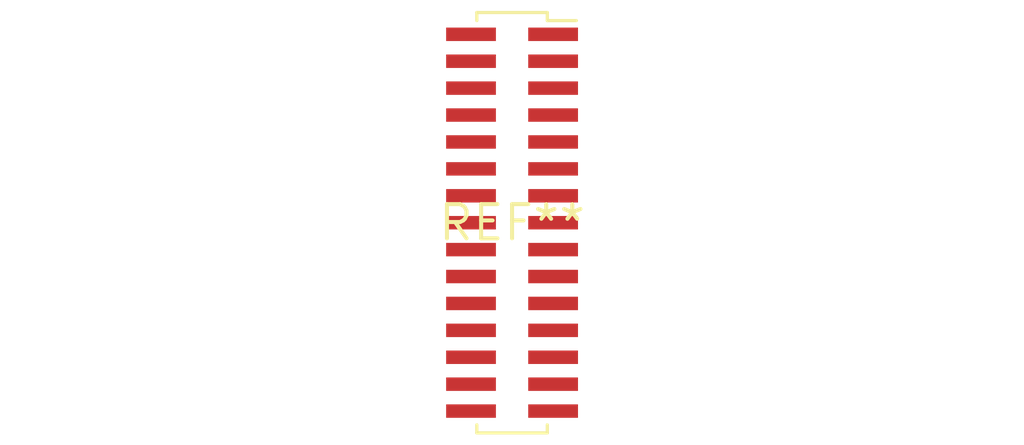
<source format=kicad_pcb>
(kicad_pcb (version 20240108) (generator pcbnew)
  (layers (0 "F.Cu" signal) (31 "B.Cu" signal) (34 "B.Paste" user) (35 "F.Paste" user) (36 "B.SilkS" user "B.Silkscreen") (37 "F.SilkS" user "F.Silkscreen") (38 "B.Mask" user) (39 "F.Mask" user) (44 "Edge.Cuts" user))
  (net 0 "")
  (footprint "PinSocket_2x15_P1.00mm_Vertical_SMD" (layer "F.Cu") (at 0 0)
    (property "Reference" "REF**")
    (property "Value" "PinSocket_2x15_P1.00mm_Vertical_SMD")
    (fp_line (start -1.31 -7.81) (end -1.31 -7.51) (layer "F.SilkS") (stroke (width 0.12)))
    (fp_line (start -1.31 -7.81) (end 1.31 -7.81) (layer "F.SilkS") (stroke (width 0.12)))
    (fp_line (start -1.31 7.51) (end -1.31 7.81) (layer "F.SilkS") (stroke (width 0.12)))
    (fp_line (start -1.31 7.81) (end 1.31 7.81) (layer "F.SilkS") (stroke (width 0.12)))
    (fp_line (start 1.31 -7.81) (end 1.31 -7.51) (layer "F.SilkS") (stroke (width 0.12)))
    (fp_line (start 1.31 -7.51) (end 2.39 -7.51) (layer "F.SilkS") (stroke (width 0.12)))
    (fp_line (start 1.31 7.51) (end 1.31 7.81) (layer "F.SilkS") (stroke (width 0.12)))
    (pad "1" smd rect (at 1.525 -7) (size 1.85 0.5) (layers "F.Cu" "F.Paste" "F.Mask"))
    (pad "2" smd rect (at -1.525 -7) (size 1.85 0.5) (layers "F.Cu" "F.Paste" "F.Mask"))
    (pad "3" smd rect (at 1.525 -6) (size 1.85 0.5) (layers "F.Cu" "F.Paste" "F.Mask"))
    (pad "4" smd rect (at -1.525 -6) (size 1.85 0.5) (layers "F.Cu" "F.Paste" "F.Mask"))
    (pad "5" smd rect (at 1.525 -5) (size 1.85 0.5) (layers "F.Cu" "F.Paste" "F.Mask"))
    (pad "6" smd rect (at -1.525 -5) (size 1.85 0.5) (layers "F.Cu" "F.Paste" "F.Mask"))
    (pad "7" smd rect (at 1.525 -4) (size 1.85 0.5) (layers "F.Cu" "F.Paste" "F.Mask"))
    (pad "8" smd rect (at -1.525 -4) (size 1.85 0.5) (layers "F.Cu" "F.Paste" "F.Mask"))
    (pad "9" smd rect (at 1.525 -3) (size 1.85 0.5) (layers "F.Cu" "F.Paste" "F.Mask"))
    (pad "10" smd rect (at -1.525 -3) (size 1.85 0.5) (layers "F.Cu" "F.Paste" "F.Mask"))
    (pad "11" smd rect (at 1.525 -2) (size 1.85 0.5) (layers "F.Cu" "F.Paste" "F.Mask"))
    (pad "12" smd rect (at -1.525 -2) (size 1.85 0.5) (layers "F.Cu" "F.Paste" "F.Mask"))
    (pad "13" smd rect (at 1.525 -1) (size 1.85 0.5) (layers "F.Cu" "F.Paste" "F.Mask"))
    (pad "14" smd rect (at -1.525 -1) (size 1.85 0.5) (layers "F.Cu" "F.Paste" "F.Mask"))
    (pad "15" smd rect (at 1.525 0) (size 1.85 0.5) (layers "F.Cu" "F.Paste" "F.Mask"))
    (pad "16" smd rect (at -1.525 0) (size 1.85 0.5) (layers "F.Cu" "F.Paste" "F.Mask"))
    (pad "17" smd rect (at 1.525 1) (size 1.85 0.5) (layers "F.Cu" "F.Paste" "F.Mask"))
    (pad "18" smd rect (at -1.525 1) (size 1.85 0.5) (layers "F.Cu" "F.Paste" "F.Mask"))
    (pad "19" smd rect (at 1.525 2) (size 1.85 0.5) (layers "F.Cu" "F.Paste" "F.Mask"))
    (pad "20" smd rect (at -1.525 2) (size 1.85 0.5) (layers "F.Cu" "F.Paste" "F.Mask"))
    (pad "21" smd rect (at 1.525 3) (size 1.85 0.5) (layers "F.Cu" "F.Paste" "F.Mask"))
    (pad "22" smd rect (at -1.525 3) (size 1.85 0.5) (layers "F.Cu" "F.Paste" "F.Mask"))
    (pad "23" smd rect (at 1.525 4) (size 1.85 0.5) (layers "F.Cu" "F.Paste" "F.Mask"))
    (pad "24" smd rect (at -1.525 4) (size 1.85 0.5) (layers "F.Cu" "F.Paste" "F.Mask"))
    (pad "25" smd rect (at 1.525 5) (size 1.85 0.5) (layers "F.Cu" "F.Paste" "F.Mask"))
    (pad "26" smd rect (at -1.525 5) (size 1.85 0.5) (layers "F.Cu" "F.Paste" "F.Mask"))
    (pad "27" smd rect (at 1.525 6) (size 1.85 0.5) (layers "F.Cu" "F.Paste" "F.Mask"))
    (pad "28" smd rect (at -1.525 6) (size 1.85 0.5) (layers "F.Cu" "F.Paste" "F.Mask"))
    (pad "29" smd rect (at 1.525 7) (size 1.85 0.5) (layers "F.Cu" "F.Paste" "F.Mask"))
    (pad "30" smd rect (at -1.525 7) (size 1.85 0.5) (layers "F.Cu" "F.Paste" "F.Mask"))
  )
)
</source>
